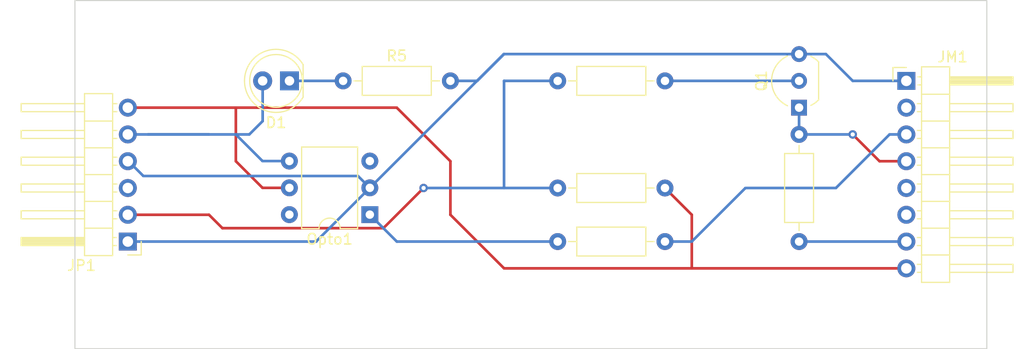
<source format=kicad_pcb>
(kicad_pcb (version 20211014) (generator pcbnew)
  (layers (0 "F.Cu" signal) (31 "B.Cu" signal) (34 "B.Paste" user) (35 "F.Paste" user) (36 "B.SilkS" user "B.Silkscreen") (37 "F.SilkS" user "F.Silkscreen") (38 "B.Mask" user) (39 "F.Mask" user) (44 "Edge.Cuts" user))
  (net 0 "")
  (net 1 "Net-(R1-Pad2)")
  (net 8 "/G26")
  (net 9 "/G36")
  (net 10 "/3V3")
  (net 11 "/+5V")
  (net 12 "/data")
  (net 13 "Net-(Q1-Pad2)")
  (net 14 "Net-(D1-Pad2)")
  (net 15 "/GND")
  (net 16 "Net-(D1-Pad1)")
  (footprint "Connector_PinHeader_2.54mm:PinHeader_1x06_P2.54mm_Horizontal" (layer "F.Cu") (at 101.53 63.5 180)
    (fp_text reference "JP1" (at 4.385 -2.27) (layer "F.SilkS"))
    (fp_text value "Conn_01x06_Female")
    (fp_line (start 1.042929 2.16) (end 1.44 2.16) (layer "F.SilkS") (width 0.12))
    (fp_line (start 1.44 14.03) (end 4.1 14.03) (layer "F.SilkS") (width 0.12))
    (fp_line (start 10.1 0.38) (end 4.1 0.38) (layer "F.SilkS") (width 0.12))
    (fp_line (start 10.1 5.46) (end 4.1 5.46) (layer "F.SilkS") (width 0.12))
    (fp_line (start 1.44 -1.33) (end 1.44 14.03) (layer "F.SilkS") (width 0.12))
    (fp_line (start 4.1 4.7) (end 10.1 4.7) (layer "F.SilkS") (width 0.12))
    (fp_line (start 4.1 7.24) (end 10.1 7.24) (layer "F.SilkS") (width 0.12))
    (fp_line (start 1.11 -0.38) (end 1.44 -0.38) (layer "F.SilkS") (width 0.12))
    (fp_line (start 4.1 0.28) (end 10.1 0.28) (layer "F.SilkS") (width 0.12))
    (fp_line (start 4.1 14.03) (end 4.1 -1.33) (layer "F.SilkS") (width 0.12))
    (fp_line (start 4.1 9.78) (end 10.1 9.78) (layer "F.SilkS") (width 0.12))
    (fp_line (start 1.042929 9.78) (end 1.44 9.78) (layer "F.SilkS") (width 0.12))
    (fp_line (start 10.1 4.7) (end 10.1 5.46) (layer "F.SilkS") (width 0.12))
    (fp_line (start 1.44 8.89) (end 4.1 8.89) (layer "F.SilkS") (width 0.12))
    (fp_line (start -1.27 -1.27) (end 0 -1.27) (layer "F.SilkS") (width 0.12))
    (fp_line (start 1.11 0.38) (end 1.44 0.38) (layer "F.SilkS") (width 0.12))
    (fp_line (start 4.1 -0.2) (end 10.1 -0.2) (layer "F.SilkS") (width 0.12))
    (fp_line (start 10.1 -0.38) (end 10.1 0.38) (layer "F.SilkS") (width 0.12))
    (fp_line (start 1.042929 8) (end 1.44 8) (layer "F.SilkS") (width 0.12))
    (fp_line (start 10.1 10.54) (end 4.1 10.54) (layer "F.SilkS") (width 0.12))
    (fp_line (start 4.1 0.16) (end 10.1 0.16) (layer "F.SilkS") (width 0.12))
    (fp_line (start -1.27 0) (end -1.27 -1.27) (layer "F.SilkS") (width 0.12))
    (fp_line (start 4.1 12.32) (end 10.1 12.32) (layer "F.SilkS") (width 0.12))
    (fp_line (start 10.1 2.92) (end 4.1 2.92) (layer "F.SilkS") (width 0.12))
    (fp_line (start 4.1 -1.33) (end 1.44 -1.33) (layer "F.SilkS") (width 0.12))
    (fp_line (start 10.1 8) (end 4.1 8) (layer "F.SilkS") (width 0.12))
    (fp_line (start 1.042929 2.92) (end 1.44 2.92) (layer "F.SilkS") (width 0.12))
    (fp_line (start 1.44 1.27) (end 4.1 1.27) (layer "F.SilkS") (width 0.12))
    (fp_line (start 10.1 7.24) (end 10.1 8) (layer "F.SilkS") (width 0.12))
    (fp_line (start 10.1 12.32) (end 10.1 13.08) (layer "F.SilkS") (width 0.12))
    (fp_line (start 4.1 2.16) (end 10.1 2.16) (layer "F.SilkS") (width 0.12))
    (fp_line (start 10.1 9.78) (end 10.1 10.54) (layer "F.SilkS") (width 0.12))
    (fp_line (start 1.042929 13.08) (end 1.44 13.08) (layer "F.SilkS") (width 0.12))
    (fp_line (start 1.042929 4.7) (end 1.44 4.7) (layer "F.SilkS") (width 0.12))
    (fp_line (start 4.1 -0.08) (end 10.1 -0.08) (layer "F.SilkS") (width 0.12))
    (fp_line (start 1.042929 12.32) (end 1.44 12.32) (layer "F.SilkS") (width 0.12))
    (fp_line (start 10.1 13.08) (end 4.1 13.08) (layer "F.SilkS") (width 0.12))
    (fp_line (start 10.1 2.16) (end 10.1 2.92) (layer "F.SilkS") (width 0.12))
    (fp_line (start 1.042929 5.46) (end 1.44 5.46) (layer "F.SilkS") (width 0.12))
    (fp_line (start 4.1 -0.38) (end 10.1 -0.38) (layer "F.SilkS") (width 0.12))
    (fp_line (start 4.1 -0.32) (end 10.1 -0.32) (layer "F.SilkS") (width 0.12))
    (fp_line (start 1.44 6.35) (end 4.1 6.35) (layer "F.SilkS") (width 0.12))
    (fp_line (start 1.042929 10.54) (end 1.44 10.54) (layer "F.SilkS") (width 0.12))
    (fp_line (start 1.44 3.81) (end 4.1 3.81) (layer "F.SilkS") (width 0.12))
    (fp_line (start 1.042929 7.24) (end 1.44 7.24) (layer "F.SilkS") (width 0.12))
    (fp_line (start 1.44 11.43) (end 4.1 11.43) (layer "F.SilkS") (width 0.12))
    (fp_line (start 4.1 0.04) (end 10.1 0.04) (layer "F.SilkS") (width 0.12))
    (pad "1" thru_hole rect (at 0 0 180) (size 1.7 1.7) (drill 1) (layers *.Cu *.Mask) (net 15 "/GND"))
    (pad "2" thru_hole oval (at 0 2.54 180) (size 1.7 1.7) (drill 1) (layers *.Cu *.Mask) (net 12 "/data"))
    (pad "3" thru_hole oval (at 0 5.08 180) (size 1.7 1.7) (drill 1) (layers *.Cu *.Mask))
    (pad "4" thru_hole oval (at 0 7.62 180) (size 1.7 1.7) (drill 1) (layers *.Cu *.Mask) (net 15 "/GND"))
    (pad "5" thru_hole oval (at 0 10.16 180) (size 1.7 1.7) (drill 1) (layers *.Cu *.Mask) (net 14 "Net-(D1-Pad2)"))
    (pad "6" thru_hole oval (at 0 12.7 180) (size 1.7 1.7) (drill 1) (layers *.Cu *.Mask) (net 11 "/+5V"))
  )
  (footprint "Resistor_THT:R_Axial_DIN0207_L6.3mm_D2.5mm_P10.16mm_Horizontal" (layer "F.Cu") (at 142.24 58.42)
    (fp_text reference "R2" hide)
    (fp_text value "4.7k")
    (fp_line (start 1.04 0) (end 1.81 0) (layer "F.SilkS") (width 0.12))
    (fp_line (start 8.35 -1.37) (end 1.81 -1.37) (layer "F.SilkS") (width 0.12))
    (fp_line (start 1.81 -1.37) (end 1.81 1.37) (layer "F.SilkS") (width 0.12))
    (fp_line (start 8.35 1.37) (end 8.35 -1.37) (layer "F.SilkS") (width 0.12))
    (fp_line (start 1.81 1.37) (end 8.35 1.37) (layer "F.SilkS") (width 0.12))
    (fp_line (start 9.12 0) (end 8.35 0) (layer "F.SilkS") (width 0.12))
    (pad "1" thru_hole circle (at 0 0) (size 1.6 1.6) (drill 0.8) (layers *.Cu *.Mask) (net 12 "/data"))
    (pad "2" thru_hole oval (at 10.16 0) (size 1.6 1.6) (drill 0.8) (layers *.Cu *.Mask) (net 11 "/+5V"))
  )
  (footprint "Resistor_THT:R_Axial_DIN0207_L6.3mm_D2.5mm_P10.16mm_Horizontal" (layer "F.Cu") (at 142.24 48.26)
    (fp_text reference "R3" hide)
    (fp_text value "1k")
    (fp_line (start 9.12 0) (end 8.35 0) (layer "F.SilkS") (width 0.12))
    (fp_line (start 1.04 0) (end 1.81 0) (layer "F.SilkS") (width 0.12))
    (fp_line (start 8.35 1.37) (end 8.35 -1.37) (layer "F.SilkS") (width 0.12))
    (fp_line (start 1.81 1.37) (end 8.35 1.37) (layer "F.SilkS") (width 0.12))
    (fp_line (start 8.35 -1.37) (end 1.81 -1.37) (layer "F.SilkS") (width 0.12))
    (fp_line (start 1.81 -1.37) (end 1.81 1.37) (layer "F.SilkS") (width 0.12))
    (pad "1" thru_hole circle (at 0 0) (size 1.6 1.6) (drill 0.8) (layers *.Cu *.Mask) (net 12 "/data"))
    (pad "2" thru_hole oval (at 10.16 0) (size 1.6 1.6) (drill 0.8) (layers *.Cu *.Mask) (net 13 "Net-(Q1-Pad2)"))
  )
  (footprint "LED_THT:LED_D5.0mm" (layer "F.Cu") (at 116.84 48.26 180)
    (fp_text reference "D1" (at 1.27 -3.96) (layer "F.SilkS"))
    (fp_text value "LED")
    (fp_line (start -1.29 -1.545) (end -1.29 1.545) (layer "F.SilkS") (width 0.12))
    (fp_arc (start 4.26 -0.000462) (mid 2.072002 2.880433) (end -1.29 1.54483) (layer "F.SilkS") (width 0.12))
    (fp_arc (start -1.29 -1.54483) (mid 2.072002 -2.880433) (end 4.26 0.000462) (layer "F.SilkS") (width 0.12))
    (fp_circle (center 1.27 0) (end 3.77 0) (layer "F.SilkS") (width 0.12) (fill none))
    (pad "1" thru_hole rect (at 0 0 180) (size 1.8 1.8) (drill 0.9) (layers *.Cu *.Mask) (net 16 "Net-(D1-Pad1)"))
    (pad "2" thru_hole circle (at 2.54 0 180) (size 1.8 1.8) (drill 0.9) (layers *.Cu *.Mask) (net 14 "Net-(D1-Pad2)"))
  )
  (footprint "Resistor_THT:R_Axial_DIN0207_L6.3mm_D2.5mm_P10.16mm_Horizontal" (layer "F.Cu") (at 165.1 63.5 90)
    (fp_text reference "R4" hide)
    (fp_text value "10k")
    (fp_line (start 1.81 -1.37) (end 1.81 1.37) (layer "F.SilkS") (width 0.12))
    (fp_line (start 9.12 0) (end 8.35 0) (layer "F.SilkS") (width 0.12))
    (fp_line (start 8.35 1.37) (end 8.35 -1.37) (layer "F.SilkS") (width 0.12))
    (fp_line (start 8.35 -1.37) (end 1.81 -1.37) (layer "F.SilkS") (width 0.12))
    (fp_line (start 1.81 1.37) (end 8.35 1.37) (layer "F.SilkS") (width 0.12))
    (fp_line (start 1.04 0) (end 1.81 0) (layer "F.SilkS") (width 0.12))
    (pad "1" thru_hole circle (at 0 0 90) (size 1.6 1.6) (drill 0.8) (layers *.Cu *.Mask) (net 10 "/3V3"))
    (pad "2" thru_hole oval (at 10.16 0 90) (size 1.6 1.6) (drill 0.8) (layers *.Cu *.Mask) (net 9 "/G36"))
  )
  (footprint "Package_DIP:DIP-6_W7.62mm" (layer "F.Cu") (at 124.45 60.945 180)
    (fp_text reference "Opto1" (at 3.81 -2.33) (layer "F.SilkS"))
    (fp_text value "4N35")
    (fp_line (start 2.81 -1.33) (end 1.16 -1.33) (layer "F.SilkS") (width 0.12))
    (fp_line (start 1.16 -1.33) (end 1.16 6.41) (layer "F.SilkS") (width 0.12))
    (fp_line (start 1.16 6.41) (end 6.46 6.41) (layer "F.SilkS") (width 0.12))
    (fp_line (start 6.46 6.41) (end 6.46 -1.33) (layer "F.SilkS") (width 0.12))
    (fp_line (start 6.46 -1.33) (end 4.81 -1.33) (layer "F.SilkS") (width 0.12))
    (fp_arc (start 4.81 -1.33) (mid 3.81 -0.33) (end 2.81 -1.33) (layer "F.SilkS") (width 0.12))
    (pad "1" thru_hole rect (at 0 0 180) (size 1.6 1.6) (drill 0.8) (layers *.Cu *.Mask) (net 1 "Net-(R1-Pad2)"))
    (pad "2" thru_hole oval locked (at 0 2.54 180) (size 1.6 1.6) (drill 0.8) (layers *.Cu *.Mask) (net 15 "/GND"))
    (pad "3" thru_hole oval (at 0 5.08 180) (size 1.6 1.6) (drill 0.8) (layers *.Cu *.Mask))
    (pad "4" thru_hole oval (at 7.62 5.08 180) (size 1.6 1.6) (drill 0.8) (layers *.Cu *.Mask) (net 14 "Net-(D1-Pad2)"))
    (pad "5" thru_hole oval (at 7.62 2.54 180) (size 1.6 1.6) (drill 0.8) (layers *.Cu *.Mask) (net 11 "/+5V"))
    (pad "6" thru_hole oval (at 7.62 0 180) (size 1.6 1.6) (drill 0.8) (layers *.Cu *.Mask))
  )
  (footprint "Resistor_THT:R_Axial_DIN0207_L6.3mm_D2.5mm_P10.16mm_Horizontal" (layer "F.Cu") (at 152.4 63.5 180)
    (fp_text reference "R1" hide)
    (fp_text value "220")
    (fp_line (start 1.04 0) (end 1.81 0) (layer "F.SilkS") (width 0.12))
    (fp_line (start 1.81 -1.37) (end 1.81 1.37) (layer "F.SilkS") (width 0.12))
    (fp_line (start 1.81 1.37) (end 8.35 1.37) (layer "F.SilkS") (width 0.12))
    (fp_line (start 8.35 1.37) (end 8.35 -1.37) (layer "F.SilkS") (width 0.12))
    (fp_line (start 8.35 -1.37) (end 1.81 -1.37) (layer "F.SilkS") (width 0.12))
    (fp_line (start 9.12 0) (end 8.35 0) (layer "F.SilkS") (width 0.12))
    (pad "1" thru_hole circle (at 0 0 180) (size 1.6 1.6) (drill 0.8) (layers *.Cu *.Mask) (net 8 "/G26"))
    (pad "2" thru_hole oval (at 10.16 0 180) (size 1.6 1.6) (drill 0.8) (layers *.Cu *.Mask) (net 1 "Net-(R1-Pad2)"))
  )
  (footprint "Package_TO_SOT_THT:TO-92_Inline_Wide" (layer "F.Cu") (at 165.1 50.8 90)
    (fp_text reference "Q1" (at 2.54 -3.56 90) (layer "F.SilkS"))
    (fp_text value "BC547")
    (fp_line (start 0.74 1.85) (end 4.34 1.85) (layer "F.SilkS") (width 0.12))
    (fp_arc (start 0.1836 -1.098807) (mid 1.143021 -2.192817) (end 2.54 -2.6) (layer "F.SilkS") (width 0.12))
    (fp_arc (start 0.74 1.85) (mid 0.446097 1.509328) (end 0.215816 1.122795) (layer "F.SilkS") (width 0.12))
    (fp_arc (start 2.54 -2.6) (mid 3.936979 -2.192818) (end 4.8964 -1.098807) (layer "F.SilkS") (width 0.12))
    (fp_arc (start 4.864184 1.122795) (mid 4.633903 1.509328) (end 4.34 1.85) (layer "F.SilkS") (width 0.12))
    (pad "1" thru_hole rect (at 0 0 90) (size 1.5 1.5) (drill 0.8) (layers *.Cu *.Mask) (net 9 "/G36"))
    (pad "2" thru_hole circle (at 2.54 0 90) (size 1.5 1.5) (drill 0.8) (layers *.Cu *.Mask) (net 13 "Net-(Q1-Pad2)"))
    (pad "3" thru_hole circle (at 5.08 0 90) (size 1.5 1.5) (drill 0.8) (layers *.Cu *.Mask) (net 15 "/GND"))
  )
  (footprint "Connector_PinHeader_2.54mm:PinHeader_1x08_P2.54mm_Horizontal" (layer "F.Cu") (at 175.26 48.26)
    (fp_text reference "JM1" (at 4.385 -2.27) (layer "F.SilkS"))
    (fp_text value "Conn_01x08_Male")
    (fp_line (start 4.1 0.28) (end 10.1 0.28) (layer "F.SilkS") (width 0.12))
    (fp_line (start -1.27 -1.27) (end 0 -1.27) (layer "F.SilkS") (width 0.12))
    (fp_line (start 1.44 3.81) (end 4.1 3.81) (layer "F.SilkS") (width 0.12))
    (fp_line (start 4.1 9.78) (end 10.1 9.78) (layer "F.SilkS") (width 0.12))
    (fp_line (start 10.1 5.46) (end 4.1 5.46) (layer "F.SilkS") (width 0.12))
    (fp_line (start 1.042929 5.46) (end 1.44 5.46) (layer "F.SilkS") (width 0.12))
    (fp_line (start 10.1 15.62) (end 4.1 15.62) (layer "F.SilkS") (width 0.12))
    (fp_line (start 10.1 2.16) (end 10.1 2.92) (layer "F.SilkS") (width 0.12))
    (fp_line (start 4.1 4.7) (end 10.1 4.7) (layer "F.SilkS") (width 0.12))
    (fp_line (start 10.1 -0.38) (end 10.1 0.38) (layer "F.SilkS") (width 0.12))
    (fp_line (start 1.44 11.43) (end 4.1 11.43) (layer "F.SilkS") (width 0.12))
    (fp_line (start 1.042929 10.54) (end 1.44 10.54) (layer "F.SilkS") (width 0.12))
    (fp_line (start 10.1 8) (end 4.1 8) (layer "F.SilkS") (width 0.12))
    (fp_line (start 10.1 17.4) (end 10.1 18.16) (layer "F.SilkS") (width 0.12))
    (fp_line (start 4.1 7.24) (end 10.1 7.24) (layer "F.SilkS") (width 0.12))
    (fp_line (start 10.1 10.54) (end 4.1 10.54) (layer "F.SilkS") (width 0.12))
    (fp_line (start 4.1 0.04) (end 10.1 0.04) (layer "F.SilkS") (width 0.12))
    (fp_line (start 1.042929 13.08) (end 1.44 13.08) (layer "F.SilkS") (width 0.12))
    (fp_line (start 4.1 -0.2) (end 10.1 -0.2) (layer "F.SilkS") (width 0.12))
    (fp_line (start 4.1 0.16) (end 10.1 0.16) (layer "F.SilkS") (width 0.12))
    (fp_line (start 1.44 1.27) (end 4.1 1.27) (layer "F.SilkS") (width 0.12))
    (fp_line (start 1.44 -1.33) (end 1.44 19.11) (layer "F.SilkS") (width 0.12))
    (fp_line (start 1.042929 17.4) (end 1.44 17.4) (layer "F.SilkS") (width 0.12))
    (fp_line (start 1.44 13.97) (end 4.1 13.97) (layer "F.SilkS") (width 0.12))
    (fp_line (start 1.44 8.89) (end 4.1 8.89) (layer "F.SilkS") (width 0.12))
    (fp_line (start 4.1 19.11) (end 4.1 -1.33) (layer "F.SilkS") (width 0.12))
    (fp_line (start 1.11 -0.38) (end 1.44 -0.38) (layer "F.SilkS") (width 0.12))
    (fp_line (start 1.042929 12.32) (end 1.44 12.32) (layer "F.SilkS") (width 0.12))
    (fp_line (start -1.27 0) (end -1.27 -1.27) (layer "F.SilkS") (width 0.12))
    (fp_line (start 1.042929 14.86) (end 1.44 14.86) (layer "F.SilkS") (width 0.12))
    (fp_line (start 10.1 13.08) (end 4.1 13.08) (layer "F.SilkS") (width 0.12))
    (fp_line (start 4.1 -0.38) (end 10.1 -0.38) (layer "F.SilkS") (width 0.12))
    (fp_line (start 10.1 0.38) (end 4.1 0.38) (layer "F.SilkS") (width 0.12))
    (fp_line (start 4.1 2.16) (end 10.1 2.16) (layer "F.SilkS") (width 0.12))
    (fp_line (start 1.042929 18.16) (end 1.44 18.16) (layer "F.SilkS") (width 0.12))
    (fp_line (start 1.11 0.38) (end 1.44 0.38) (layer "F.SilkS") (width 0.12))
    (fp_line (start 1.042929 9.78) (end 1.44 9.78) (layer "F.SilkS") (width 0.12))
    (fp_line (start 4.1 -0.08) (end 10.1 -0.08) (layer "F.SilkS") (width 0.12))
    (fp_line (start 10.1 14.86) (end 10.1 15.62) (layer "F.SilkS") (width 0.12))
    (fp_line (start 4.1 -1.33) (end 1.44 -1.33) (layer "F.SilkS") (width 0.12))
    (fp_line (start 4.1 14.86) (end 10.1 14.86) (layer "F.SilkS") (width 0.12))
    (fp_line (start 1.042929 8) (end 1.44 8) (layer "F.SilkS") (width 0.12))
    (fp_line (start 4.1 17.4) (end 10.1 17.4) (layer "F.SilkS") (width 0.12))
    (fp_line (start 1.44 6.35) (end 4.1 6.35) (layer "F.SilkS") (width 0.12))
    (fp_line (start 10.1 9.78) (end 10.1 10.54) (layer "F.SilkS") (width 0.12))
    (fp_line (start 10.1 4.7) (end 10.1 5.46) (layer "F.SilkS") (width 0.12))
    (fp_line (start 1.042929 7.24) (end 1.44 7.24) (layer "F.SilkS") (width 0.12))
    (fp_line (start 1.042929 2.16) (end 1.44 2.16) (layer "F.SilkS") (width 0.12))
    (fp_line (start 10.1 12.32) (end 10.1 13.08) (layer "F.SilkS") (width 0.12))
    (fp_line (start 10.1 7.24) (end 10.1 8) (layer "F.SilkS") (width 0.12))
    (fp_line (start 1.44 16.51) (end 4.1 16.51) (layer "F.SilkS") (width 0.12))
    (fp_line (start 1.042929 4.7) (end 1.44 4.7) (layer "F.SilkS") (width 0.12))
    (fp_line (start 10.1 2.92) (end 4.1 2.92) (layer "F.SilkS") (width 0.12))
    (fp_line (start 4.1 12.32) (end 10.1 12.32) (layer "F.SilkS") (width 0.12))
    (fp_line (start 10.1 18.16) (end 4.1 18.16) (layer "F.SilkS") (width 0.12))
    (fp_line (start 1.44 19.11) (end 4.1 19.11) (layer "F.SilkS") (width 0.12))
    (fp_line (start 1.042929 15.62) (end 1.44 15.62) (layer "F.SilkS") (width 0.12))
    (fp_line (start 4.1 -0.32) (end 10.1 -0.32) (layer "F.SilkS") (width 0.12))
    (fp_line (start 1.042929 2.92) (end 1.44 2.92) (layer "F.SilkS") (width 0.12))
    (pad "1" thru_hole rect (at 0 0) (size 1.7 1.7) (drill 1) (layers *.Cu *.Mask) (net 15 "/GND"))
    (pad "2" thru_hole oval (at 0 2.54) (size 1.7 1.7) (drill 1) (layers *.Cu *.Mask))
    (pad "3" thru_hole oval (at 0 5.08) (size 1.7 1.7) (drill 1) (layers *.Cu *.Mask) (net 8 "/G26"))
    (pad "4" thru_hole oval (at 0 7.62) (size 1.7 1.7) (drill 1) (layers *.Cu *.Mask) (net 9 "/G36"))
    (pad "5" thru_hole oval (at 0 10.16) (size 1.7 1.7) (drill 1) (layers *.Cu *.Mask))
    (pad "6" thru_hole oval (at 0 12.7) (size 1.7 1.7) (drill 1) (layers *.Cu *.Mask))
    (pad "7" thru_hole oval (at 0 15.24) (size 1.7 1.7) (drill 1) (layers *.Cu *.Mask) (net 10 "/3V3"))
    (pad "8" thru_hole oval (at 0 17.78) (size 1.7 1.7) (drill 1) (layers *.Cu *.Mask) (net 11 "/+5V"))
  )
  (footprint "Resistor_THT:R_Axial_DIN0207_L6.3mm_D2.5mm_P10.16mm_Horizontal" (layer "F.Cu") (at 121.92 48.26)
    (fp_text reference "R5" (at 5.08 -2.37) (layer "F.SilkS"))
    (fp_text value "330")
    (fp_line (start 1.81 1.37) (end 8.35 1.37) (layer "F.SilkS") (width 0.12))
    (fp_line (start 1.81 -1.37) (end 1.81 1.37) (layer "F.SilkS") (width 0.12))
    (fp_line (start 9.12 0) (end 8.35 0) (layer "F.SilkS") (width 0.12))
    (fp_line (start 8.35 1.37) (end 8.35 -1.37) (layer "F.SilkS") (width 0.12))
    (fp_line (start 1.04 0) (end 1.81 0) (layer "F.SilkS") (width 0.12))
    (fp_line (start 8.35 -1.37) (end 1.81 -1.37) (layer "F.SilkS") (width 0.12))
    (pad "1" thru_hole circle (at 0 0) (size 1.6 1.6) (drill 0.8) (layers *.Cu *.Mask) (net 16 "Net-(D1-Pad1)"))
    (pad "2" thru_hole oval (at 10.16 0) (size 1.6 1.6) (drill 0.8) (layers *.Cu *.Mask) (net 15 "/GND"))
  )
  (gr_rect (start 182.88 73.66) (end 96.52 40.64) (layer "Edge.Cuts") (width 0.1) (fill none))
  (segment (start 124.45 60.945) (end 127.005 63.5) (width 0.25) (layer "B.Cu") (net 1))
  (segment (start 127.005 63.5) (end 142.24 63.5) (width 0.25) (layer "B.Cu") (net 1))
  (segment (start 173.6697 53.34) (end 168.5897 58.42) (width 0.25) (layer "B.Cu") (net 8))
  (segment (start 175.26 53.34) (end 173.6697 53.34) (width 0.25) (layer "B.Cu") (net 8))
  (segment (start 168.5897 58.42) (end 160.02 58.42) (width 0.25) (layer "B.Cu") (net 8))
  (segment (start 160.02 58.42) (end 154.94 63.5) (width 0.25) (layer "B.Cu") (net 8))
  (segment (start 154.94 63.5) (end 152.4 63.5) (width 0.25) (layer "B.Cu") (net 8))
  (segment (start 172.72 55.88) (end 170.18 53.34) (width 0.25) (layer "F.Cu") (net 9))
  (segment (start 175.26 55.88) (end 172.72 55.88) (width 0.25) (layer "F.Cu") (net 9))
  (via (at 170.18 53.34) (size 0.8) (drill 0.4) (layers "F.Cu" "B.Cu") (net 9))
  (segment (start 165.1 53.34) (end 165.1 50.8) (width 0.25) (layer "B.Cu") (net 9))
  (segment (start 165.1 53.34) (end 170.18 53.34) (width 0.25) (layer "B.Cu") (net 9))
  (segment (start 165.1 63.5) (end 175.26 63.5) (width 0.25) (layer "B.Cu") (net 10))
  (segment (start 116.84 50.8) (end 127 50.8) (width 0.25) (layer "F.Cu") (net 11))
  (segment (start 154.94 60.96) (end 154.94 66.04) (width 0.25) (layer "F.Cu") (net 11))
  (segment (start 152.4 58.42) (end 154.94 60.96) (width 0.25) (layer "F.Cu") (net 11))
  (segment (start 137.16 66.04) (end 154.94 66.04) (width 0.25) (layer "F.Cu") (net 11))
  (segment (start 116.84 50.8) (end 111.76 50.8) (width 0.25) (layer "F.Cu") (net 11))
  (segment (start 132.08 55.88) (end 127 50.8) (width 0.25) (layer "F.Cu") (net 11))
  (segment (start 116.83 58.405) (end 114.285 58.405) (width 0.25) (layer "F.Cu") (net 11))
  (segment (start 154.94 66.04) (end 175.26 66.04) (width 0.25) (layer "F.Cu") (net 11))
  (segment (start 101.53 50.8) (end 111.76 50.8) (width 0.25) (layer "F.Cu") (net 11))
  (segment (start 137.16 66.04) (end 132.08 60.96) (width 0.25) (layer "F.Cu") (net 11))
  (segment (start 111.76 55.88) (end 111.76 50.8) (width 0.25) (layer "F.Cu") (net 11))
  (segment (start 132.08 60.96) (end 132.08 55.88) (width 0.25) (layer "F.Cu") (net 11))
  (segment (start 114.285 58.405) (end 111.76 55.88) (width 0.25) (layer "F.Cu") (net 11))
  (segment (start 101.53 60.96) (end 109.22 60.96) (width 0.25) (layer "F.Cu") (net 12))
  (segment (start 109.22 60.96) (end 110.49 62.23) (width 0.25) (layer "F.Cu") (net 12))
  (segment (start 125.73 62.23) (end 129.54 58.42) (width 0.25) (layer "F.Cu") (net 12))
  (segment (start 110.49 62.23) (end 125.73 62.23) (width 0.25) (layer "F.Cu") (net 12))
  (via (at 129.54 58.42) (size 0.8) (drill 0.4) (layers "F.Cu" "B.Cu") (net 12))
  (segment (start 137.16 58.42) (end 137.16 48.26) (width 0.25) (layer "B.Cu") (net 12))
  (segment (start 137.16 48.26) (end 142.24 48.26) (width 0.25) (layer "B.Cu") (net 12))
  (segment (start 142.24 58.42) (end 137.16 58.42) (width 0.25) (layer "B.Cu") (net 12))
  (segment (start 129.54 58.42) (end 137.16 58.42) (width 0.25) (layer "B.Cu") (net 12))
  (segment (start 152.4 48.26) (end 165.1 48.26) (width 0.25) (layer "B.Cu") (net 13))
  (segment (start 101.53 53.34) (end 109.22 53.34) (width 0.25) (layer "B.Cu") (net 14))
  (segment (start 116.83 55.865) (end 114.285 55.865) (width 0.25) (layer "B.Cu") (net 14))
  (segment (start 114.3 52.075) (end 114.3 48.26) (width 0.25) (layer "B.Cu") (net 14))
  (segment (start 111.76 53.34) (end 113.035 53.34) (width 0.25) (layer "B.Cu") (net 14))
  (segment (start 114.285 55.865) (end 111.76 53.34) (width 0.25) (layer "B.Cu") (net 14))
  (segment (start 113.035 53.34) (end 114.3 52.075) (width 0.25) (layer "B.Cu") (net 14))
  (segment (start 103.435 53.34) (end 111.76 53.34) (width 0.25) (layer "B.Cu") (net 14))
  (segment (start 137.135 45.745) (end 137.135 45.72) (width 0.25) (layer "B.Cu") (net 15))
  (segment (start 167.64 45.72) (end 165.1 45.72) (width 0.25) (layer "B.Cu") (net 15))
  (segment (start 101.53 55.88) (end 101.6 55.88) (width 0.25) (layer "B.Cu") (net 15))
  (segment (start 124.45 58.405) (end 137.135 45.72) (width 0.25) (layer "B.Cu") (net 15))
  (segment (start 134.62 48.26) (end 137.135 45.745) (width 0.25) (layer "B.Cu") (net 15))
  (segment (start 170.18 48.26) (end 167.64 45.72) (width 0.25) (layer "B.Cu") (net 15))
  (segment (start 137.135 45.72) (end 165.1 45.72) (width 0.25) (layer "B.Cu") (net 15))
  (segment (start 101.6 55.88) (end 103.000489 57.280489) (width 0.25) (layer "B.Cu") (net 15))
  (segment (start 101.53 63.5) (end 119.38 63.5) (width 0.25) (layer "B.Cu") (net 15))
  (segment (start 119.38 63.5) (end 119.38 63.475) (width 0.25) (layer "B.Cu") (net 15))
  (segment (start 123.325489 57.280489) (end 124.45 58.405) (width 0.25) (layer "B.Cu") (net 15))
  (segment (start 170.18 48.26) (end 175.26 48.26) (width 0.25) (layer "B.Cu") (net 15))
  (segment (start 132.08 48.26) (end 134.62 48.26) (width 0.25) (layer "B.Cu") (net 15))
  (segment (start 103.000489 57.280489) (end 123.325489 57.280489) (width 0.25) (layer "B.Cu") (net 15))
  (segment (start 119.38 63.475) (end 124.45 58.405) (width 0.25) (layer "B.Cu") (net 15))
  (segment (start 116.84 48.26) (end 121.92 48.26) (width 0.25) (layer "B.Cu") (net 16))
)
</source>
